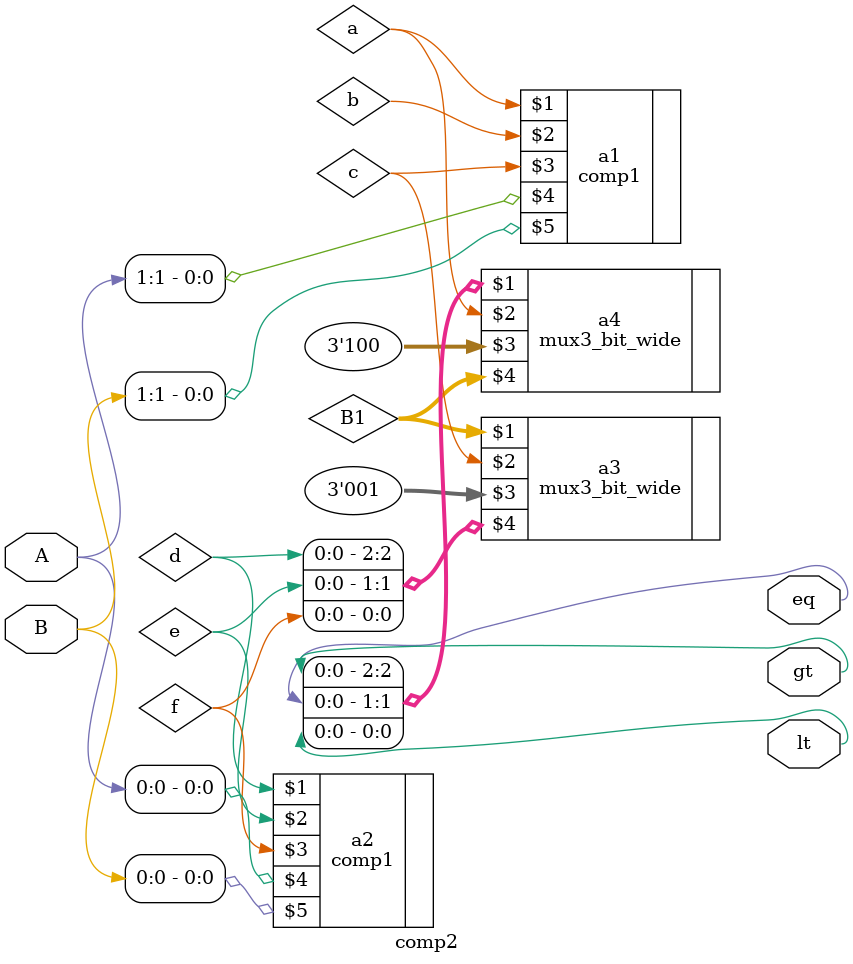
<source format=v>
module comp2(gt,eq,lt,A,B);
input [1:0] A,B;
output gt,eq,lt;
wire [2:0] B1;
comp1 a1(a,b,c,A[1],B[1]);
comp1 a2(d,e,f,A[0],B[0]);
mux3_bit_wide a3(B1,c,3'b001,{d,e,f});
mux3_bit_wide a4({gt,eq,lt},a,3'b100,B1);

endmodule
</source>
